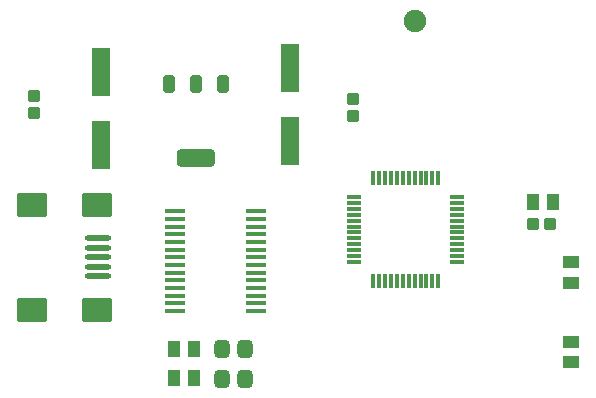
<source format=gtp>
G04*
G04 #@! TF.GenerationSoftware,Altium Limited,Altium Designer,21.0.8 (223)*
G04*
G04 Layer_Color=8421504*
%FSLAX24Y24*%
%MOIN*%
G70*
G04*
G04 #@! TF.SameCoordinates,8C0F5777-7222-4B99-86F0-090FC40BF16C*
G04*
G04*
G04 #@! TF.FilePolarity,Positive*
G04*
G01*
G75*
G04:AMPARAMS|DCode=12|XSize=37.4mil|YSize=37.4mil|CornerRadius=1.9mil|HoleSize=0mil|Usage=FLASHONLY|Rotation=180.000|XOffset=0mil|YOffset=0mil|HoleType=Round|Shape=RoundedRectangle|*
%AMROUNDEDRECTD12*
21,1,0.0374,0.0337,0,0,180.0*
21,1,0.0337,0.0374,0,0,180.0*
1,1,0.0037,-0.0168,0.0168*
1,1,0.0037,0.0168,0.0168*
1,1,0.0037,0.0168,-0.0168*
1,1,0.0037,-0.0168,-0.0168*
%
%ADD12ROUNDEDRECTD12*%
G04:AMPARAMS|DCode=13|XSize=43.3mil|YSize=55.1mil|CornerRadius=2.2mil|HoleSize=0mil|Usage=FLASHONLY|Rotation=0.000|XOffset=0mil|YOffset=0mil|HoleType=Round|Shape=RoundedRectangle|*
%AMROUNDEDRECTD13*
21,1,0.0433,0.0508,0,0,0.0*
21,1,0.0390,0.0551,0,0,0.0*
1,1,0.0043,0.0195,-0.0254*
1,1,0.0043,-0.0195,-0.0254*
1,1,0.0043,-0.0195,0.0254*
1,1,0.0043,0.0195,0.0254*
%
%ADD13ROUNDEDRECTD13*%
G04:AMPARAMS|DCode=14|XSize=157.5mil|YSize=63mil|CornerRadius=3.2mil|HoleSize=0mil|Usage=FLASHONLY|Rotation=90.000|XOffset=0mil|YOffset=0mil|HoleType=Round|Shape=RoundedRectangle|*
%AMROUNDEDRECTD14*
21,1,0.1575,0.0567,0,0,90.0*
21,1,0.1512,0.0630,0,0,90.0*
1,1,0.0063,0.0283,0.0756*
1,1,0.0063,0.0283,-0.0756*
1,1,0.0063,-0.0283,-0.0756*
1,1,0.0063,-0.0283,0.0756*
%
%ADD14ROUNDEDRECTD14*%
G04:AMPARAMS|DCode=15|XSize=11.8mil|YSize=47.2mil|CornerRadius=0.6mil|HoleSize=0mil|Usage=FLASHONLY|Rotation=180.000|XOffset=0mil|YOffset=0mil|HoleType=Round|Shape=RoundedRectangle|*
%AMROUNDEDRECTD15*
21,1,0.0118,0.0461,0,0,180.0*
21,1,0.0106,0.0472,0,0,180.0*
1,1,0.0012,-0.0053,0.0230*
1,1,0.0012,0.0053,0.0230*
1,1,0.0012,0.0053,-0.0230*
1,1,0.0012,-0.0053,-0.0230*
%
%ADD15ROUNDEDRECTD15*%
G04:AMPARAMS|DCode=16|XSize=11.8mil|YSize=47.2mil|CornerRadius=0.6mil|HoleSize=0mil|Usage=FLASHONLY|Rotation=90.000|XOffset=0mil|YOffset=0mil|HoleType=Round|Shape=RoundedRectangle|*
%AMROUNDEDRECTD16*
21,1,0.0118,0.0461,0,0,90.0*
21,1,0.0106,0.0472,0,0,90.0*
1,1,0.0012,0.0230,0.0053*
1,1,0.0012,0.0230,-0.0053*
1,1,0.0012,-0.0230,-0.0053*
1,1,0.0012,-0.0230,0.0053*
%
%ADD16ROUNDEDRECTD16*%
G04:AMPARAMS|DCode=17|XSize=43.3mil|YSize=55.1mil|CornerRadius=2.2mil|HoleSize=0mil|Usage=FLASHONLY|Rotation=90.000|XOffset=0mil|YOffset=0mil|HoleType=Round|Shape=RoundedRectangle|*
%AMROUNDEDRECTD17*
21,1,0.0433,0.0508,0,0,90.0*
21,1,0.0390,0.0551,0,0,90.0*
1,1,0.0043,0.0254,0.0195*
1,1,0.0043,0.0254,-0.0195*
1,1,0.0043,-0.0254,-0.0195*
1,1,0.0043,-0.0254,0.0195*
%
%ADD17ROUNDEDRECTD17*%
G04:AMPARAMS|DCode=18|XSize=13.8mil|YSize=65mil|CornerRadius=0.7mil|HoleSize=0mil|Usage=FLASHONLY|Rotation=270.000|XOffset=0mil|YOffset=0mil|HoleType=Round|Shape=RoundedRectangle|*
%AMROUNDEDRECTD18*
21,1,0.0138,0.0636,0,0,270.0*
21,1,0.0124,0.0650,0,0,270.0*
1,1,0.0014,-0.0318,-0.0062*
1,1,0.0014,-0.0318,0.0062*
1,1,0.0014,0.0318,0.0062*
1,1,0.0014,0.0318,-0.0062*
%
%ADD18ROUNDEDRECTD18*%
G04:AMPARAMS|DCode=19|XSize=37.4mil|YSize=37.4mil|CornerRadius=1.9mil|HoleSize=0mil|Usage=FLASHONLY|Rotation=90.000|XOffset=0mil|YOffset=0mil|HoleType=Round|Shape=RoundedRectangle|*
%AMROUNDEDRECTD19*
21,1,0.0374,0.0337,0,0,90.0*
21,1,0.0337,0.0374,0,0,90.0*
1,1,0.0037,0.0168,0.0168*
1,1,0.0037,0.0168,-0.0168*
1,1,0.0037,-0.0168,-0.0168*
1,1,0.0037,-0.0168,0.0168*
%
%ADD19ROUNDEDRECTD19*%
%ADD20O,0.0886X0.0197*%
G04:AMPARAMS|DCode=21|XSize=98.4mil|YSize=78.7mil|CornerRadius=3.9mil|HoleSize=0mil|Usage=FLASHONLY|Rotation=180.000|XOffset=0mil|YOffset=0mil|HoleType=Round|Shape=RoundedRectangle|*
%AMROUNDEDRECTD21*
21,1,0.0984,0.0709,0,0,180.0*
21,1,0.0906,0.0787,0,0,180.0*
1,1,0.0079,-0.0453,0.0354*
1,1,0.0079,0.0453,0.0354*
1,1,0.0079,0.0453,-0.0354*
1,1,0.0079,-0.0453,-0.0354*
%
%ADD21ROUNDEDRECTD21*%
G04:AMPARAMS|DCode=22|XSize=59.1mil|YSize=51.2mil|CornerRadius=12.8mil|HoleSize=0mil|Usage=FLASHONLY|Rotation=90.000|XOffset=0mil|YOffset=0mil|HoleType=Round|Shape=RoundedRectangle|*
%AMROUNDEDRECTD22*
21,1,0.0591,0.0256,0,0,90.0*
21,1,0.0335,0.0512,0,0,90.0*
1,1,0.0256,0.0128,0.0167*
1,1,0.0256,0.0128,-0.0167*
1,1,0.0256,-0.0128,-0.0167*
1,1,0.0256,-0.0128,0.0167*
%
%ADD22ROUNDEDRECTD22*%
G04:AMPARAMS|DCode=23|XSize=129.1mil|YSize=59.1mil|CornerRadius=14.8mil|HoleSize=0mil|Usage=FLASHONLY|Rotation=0.000|XOffset=0mil|YOffset=0mil|HoleType=Round|Shape=RoundedRectangle|*
%AMROUNDEDRECTD23*
21,1,0.1291,0.0295,0,0,0.0*
21,1,0.0996,0.0591,0,0,0.0*
1,1,0.0295,0.0498,-0.0148*
1,1,0.0295,-0.0498,-0.0148*
1,1,0.0295,-0.0498,0.0148*
1,1,0.0295,0.0498,0.0148*
%
%ADD23ROUNDEDRECTD23*%
G04:AMPARAMS|DCode=24|XSize=39.4mil|YSize=59.1mil|CornerRadius=9.8mil|HoleSize=0mil|Usage=FLASHONLY|Rotation=0.000|XOffset=0mil|YOffset=0mil|HoleType=Round|Shape=RoundedRectangle|*
%AMROUNDEDRECTD24*
21,1,0.0394,0.0394,0,0,0.0*
21,1,0.0197,0.0591,0,0,0.0*
1,1,0.0197,0.0098,-0.0197*
1,1,0.0197,-0.0098,-0.0197*
1,1,0.0197,-0.0098,0.0197*
1,1,0.0197,0.0098,0.0197*
%
%ADD24ROUNDEDRECTD24*%
%ADD25C,0.0750*%
D12*
X17961Y7584D02*
D03*
X18531D02*
D03*
D13*
X18650Y8312D02*
D03*
X17961D02*
D03*
X5991Y2434D02*
D03*
X6680D02*
D03*
X5996Y3399D02*
D03*
X6685D02*
D03*
D14*
X9882Y10331D02*
D03*
Y12772D02*
D03*
X3563Y12643D02*
D03*
Y10202D02*
D03*
D15*
X14617Y9109D02*
D03*
X14420D02*
D03*
X14223D02*
D03*
X14026D02*
D03*
X13830D02*
D03*
X13633D02*
D03*
X13436D02*
D03*
X13239D02*
D03*
X13042D02*
D03*
X12845D02*
D03*
X12648D02*
D03*
X14814D02*
D03*
Y5683D02*
D03*
X14617D02*
D03*
X14420D02*
D03*
X14223D02*
D03*
X14026D02*
D03*
X13830D02*
D03*
X13633D02*
D03*
X13436D02*
D03*
X13239D02*
D03*
X13042D02*
D03*
X12845D02*
D03*
X12648D02*
D03*
D16*
X12019Y6313D02*
D03*
Y6510D02*
D03*
Y6707D02*
D03*
Y6904D02*
D03*
Y7101D02*
D03*
Y7298D02*
D03*
Y7494D02*
D03*
Y7691D02*
D03*
Y7888D02*
D03*
Y8085D02*
D03*
Y8282D02*
D03*
Y8479D02*
D03*
X15444Y6313D02*
D03*
Y6510D02*
D03*
Y6707D02*
D03*
Y6904D02*
D03*
Y7101D02*
D03*
Y7298D02*
D03*
Y7494D02*
D03*
Y7691D02*
D03*
Y7888D02*
D03*
Y8085D02*
D03*
Y8282D02*
D03*
Y8479D02*
D03*
D17*
X19253Y3661D02*
D03*
Y2972D02*
D03*
Y5610D02*
D03*
Y6299D02*
D03*
D18*
X6051Y4680D02*
D03*
Y4935D02*
D03*
Y5191D02*
D03*
Y5447D02*
D03*
Y5703D02*
D03*
Y5959D02*
D03*
Y6215D02*
D03*
Y6471D02*
D03*
Y6727D02*
D03*
Y6983D02*
D03*
Y7239D02*
D03*
Y7494D02*
D03*
Y7750D02*
D03*
Y8006D02*
D03*
X8751D02*
D03*
Y7750D02*
D03*
Y7494D02*
D03*
Y7239D02*
D03*
Y6983D02*
D03*
Y6727D02*
D03*
Y6471D02*
D03*
Y6215D02*
D03*
Y5959D02*
D03*
Y5703D02*
D03*
Y5447D02*
D03*
Y5191D02*
D03*
Y4935D02*
D03*
Y4680D02*
D03*
D19*
X1347Y11290D02*
D03*
Y11861D02*
D03*
X11977Y11182D02*
D03*
Y11753D02*
D03*
D20*
X3480Y5841D02*
D03*
Y6156D02*
D03*
Y7101D02*
D03*
Y6786D02*
D03*
Y6471D02*
D03*
D21*
X3431Y4719D02*
D03*
X1285D02*
D03*
X3431Y8223D02*
D03*
X1285D02*
D03*
D22*
X8357Y2416D02*
D03*
X7609D02*
D03*
X7615Y3399D02*
D03*
X8363D02*
D03*
D23*
X6749Y9765D02*
D03*
D24*
X5843Y12245D02*
D03*
X6749D02*
D03*
X7654D02*
D03*
D25*
X14046Y14345D02*
D03*
M02*

</source>
